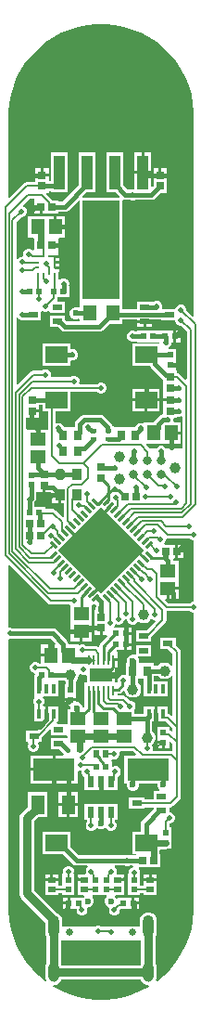
<source format=gbr>
%TF.GenerationSoftware,Altium Limited,Altium Designer,24.2.2 (26)*%
G04 Layer_Physical_Order=1*
G04 Layer_Color=255*
%FSLAX45Y45*%
%MOMM*%
%TF.SameCoordinates,505FE19A-96A0-4540-A324-069B6CBC3D10*%
%TF.FilePolarity,Positive*%
%TF.FileFunction,Copper,L1,Top,Signal*%
%TF.Part,Single*%
G01*
G75*
%TA.AperFunction,SMDPad,CuDef*%
%ADD10R,0.72000X0.72000*%
%ADD11P,7.91960X4X360.0*%
G04:AMPARAMS|DCode=12|XSize=0.25mm|YSize=0.85mm|CornerRadius=0mm|HoleSize=0mm|Usage=FLASHONLY|Rotation=315.000|XOffset=0mm|YOffset=0mm|HoleType=Round|Shape=Round|*
%AMOVALD12*
21,1,0.60000,0.25000,0.00000,0.00000,45.0*
1,1,0.25000,-0.21213,-0.21213*
1,1,0.25000,0.21213,0.21213*
%
%ADD12OVALD12*%

G04:AMPARAMS|DCode=13|XSize=0.25mm|YSize=0.85mm|CornerRadius=0mm|HoleSize=0mm|Usage=FLASHONLY|Rotation=45.000|XOffset=0mm|YOffset=0mm|HoleType=Round|Shape=Round|*
%AMOVALD13*
21,1,0.60000,0.25000,0.00000,0.00000,135.0*
1,1,0.25000,0.21213,-0.21213*
1,1,0.25000,-0.21213,0.21213*
%
%ADD13OVALD13*%

%TA.AperFunction,BGAPad,CuDef*%
%ADD14C,0.80000*%
%TA.AperFunction,SMDPad,CuDef*%
%ADD15R,0.90000X1.00000*%
G04:AMPARAMS|DCode=16|XSize=0.9mm|YSize=1mm|CornerRadius=0mm|HoleSize=0mm|Usage=FLASHONLY|Rotation=0.000|XOffset=0mm|YOffset=0mm|HoleType=Round|Shape=Octagon|*
%AMOCTAGOND16*
4,1,8,-0.22500,0.50000,0.22500,0.50000,0.45000,0.27500,0.45000,-0.27500,0.22500,-0.50000,-0.22500,-0.50000,-0.45000,-0.27500,-0.45000,0.27500,-0.22500,0.50000,0.0*
%
%ADD16OCTAGOND16*%

%ADD17R,3.40360X8.99160*%
%ADD18R,1.29540X1.39700*%
%ADD19R,2.00000X1.50000*%
%ADD20R,0.72000X0.72000*%
%ADD21R,1.02000X3.17000*%
%ADD22R,1.30000X1.45000*%
%ADD23R,1.30000X1.80000*%
%ADD24R,1.45000X1.30000*%
%ADD25R,0.40000X0.85000*%
%ADD26R,0.55000X0.55000*%
%ADD27R,0.55000X0.55000*%
%ADD28R,0.60000X1.00000*%
%ADD29R,0.25000X0.95000*%
%ADD30R,2.00000X1.19000*%
%ADD31R,0.80000X0.95000*%
%ADD32C,1.00000*%
%ADD33R,3.80000X2.03000*%
%ADD34R,0.90000X0.50000*%
%ADD35R,0.25000X0.27500*%
%ADD36R,0.27500X0.25000*%
%ADD37R,0.50000X0.70000*%
%ADD38R,0.70000X0.50000*%
%ADD39R,0.50000X0.40000*%
%TA.AperFunction,Conductor*%
%ADD40C,0.40000*%
%ADD41C,0.20000*%
%ADD42C,0.25000*%
%ADD43C,0.60000*%
%ADD44C,0.80000*%
%TA.AperFunction,ComponentPad*%
G04:AMPARAMS|DCode=45|XSize=1mm|YSize=1.8mm|CornerRadius=0.5mm|HoleSize=0mm|Usage=FLASHONLY|Rotation=180.000|XOffset=0mm|YOffset=0mm|HoleType=Round|Shape=RoundedRectangle|*
%AMROUNDEDRECTD45*
21,1,1.00000,0.80000,0,0,180.0*
21,1,0.00000,1.80000,0,0,180.0*
1,1,1.00000,0.00000,0.40000*
1,1,1.00000,0.00000,0.40000*
1,1,1.00000,0.00000,-0.40000*
1,1,1.00000,0.00000,-0.40000*
%
%ADD45ROUNDEDRECTD45*%
G04:AMPARAMS|DCode=46|XSize=1mm|YSize=2.1mm|CornerRadius=0.5mm|HoleSize=0mm|Usage=FLASHONLY|Rotation=180.000|XOffset=0mm|YOffset=0mm|HoleType=Round|Shape=RoundedRectangle|*
%AMROUNDEDRECTD46*
21,1,1.00000,1.10000,0,0,180.0*
21,1,0.00000,2.10000,0,0,180.0*
1,1,1.00000,0.00000,0.55000*
1,1,1.00000,0.00000,0.55000*
1,1,1.00000,0.00000,-0.55000*
1,1,1.00000,0.00000,-0.55000*
%
%ADD46ROUNDEDRECTD46*%
%ADD47C,0.65000*%
%ADD48C,1.00000*%
%TA.AperFunction,ViaPad*%
%ADD49C,0.50000*%
%ADD50C,0.60000*%
G36*
X4024730Y10890845D02*
X4106542Y10874571D01*
X4186371Y10850355D01*
X4263440Y10818433D01*
X4337011Y10779108D01*
X4406372Y10732763D01*
X4470855Y10679842D01*
X4529843Y10620855D01*
X4582763Y10556372D01*
X4629108Y10487011D01*
X4668432Y10413442D01*
X4700355Y10336372D01*
X4724571Y10256542D01*
X4740845Y10174729D01*
X4749022Y10091709D01*
Y10050000D01*
Y8238615D01*
X4737288Y8233755D01*
X4680400Y8290644D01*
Y8300025D01*
X4672727Y8318549D01*
X4658549Y8332727D01*
X4640025Y8340400D01*
X4619975D01*
X4601451Y8332727D01*
X4587273Y8318549D01*
X4579755Y8300400D01*
X4467065D01*
X4460400Y8310375D01*
Y8330425D01*
X4452727Y8348949D01*
X4438549Y8363127D01*
X4420025Y8370800D01*
X4399975D01*
X4381451Y8363127D01*
X4380600Y8362276D01*
X4367900Y8363671D01*
Y8365400D01*
X4227100D01*
Y8296289D01*
X4095170D01*
Y8352490D01*
X4095580Y8364997D01*
X4095581Y8365020D01*
X4095580D01*
Y9291044D01*
X4108280Y9298410D01*
X4122287Y9295624D01*
X4122288Y9295624D01*
X4165433D01*
X4179975Y9289600D01*
X4200025D01*
X4209949Y9293711D01*
X4359999D01*
X4360000Y9293710D01*
X4377714Y9297234D01*
X4392732Y9307268D01*
X4444063Y9358600D01*
X4501400D01*
Y9458600D01*
Y9507300D01*
X4378600D01*
Y9458600D01*
Y9424063D01*
X4369133Y9414597D01*
X4357400Y9419457D01*
Y9532000D01*
X4281001D01*
X4204600D01*
Y9393457D01*
X4200025Y9390400D01*
X4179975D01*
X4174670Y9388203D01*
X4141461D01*
X4103400Y9426264D01*
Y9728600D01*
X3950600D01*
Y9360800D01*
X4037937D01*
X4072023Y9326713D01*
X4067163Y9314980D01*
X3732837D01*
X3727977Y9326713D01*
X3762063Y9360800D01*
X3849400D01*
Y9728600D01*
X3696600D01*
Y9426263D01*
X3546626Y9276290D01*
X3511400D01*
Y9291400D01*
X3452561D01*
X3449522Y9295949D01*
X3398604Y9346867D01*
X3403464Y9358600D01*
X3421400D01*
Y9373710D01*
X3442600D01*
Y9360800D01*
X3595400D01*
Y9728600D01*
X3442600D01*
Y9466289D01*
X3421400D01*
Y9507300D01*
X3298600D01*
Y9456093D01*
X3220000D01*
X3206188Y9453346D01*
X3194478Y9445522D01*
X3062712Y9313756D01*
X3050978Y9318616D01*
Y10050000D01*
Y10091709D01*
X3059155Y10174730D01*
X3075429Y10256542D01*
X3099644Y10336371D01*
X3131567Y10413440D01*
X3170892Y10487011D01*
X3217237Y10556372D01*
X3270157Y10620855D01*
X3329144Y10679842D01*
X3393628Y10732763D01*
X3462989Y10779108D01*
X3536558Y10818432D01*
X3613628Y10850355D01*
X3693458Y10874571D01*
X3775270Y10890845D01*
X3858291Y10899022D01*
X3941708D01*
X4024730Y10890845D01*
D02*
G37*
G36*
X3288600Y9291400D02*
X3288600D01*
Y9242700D01*
X3350000D01*
Y9230000D01*
X3362700D01*
Y9168600D01*
X3511400D01*
Y9183711D01*
X3565799D01*
X3565800Y9183710D01*
X3583514Y9187234D01*
X3598532Y9197268D01*
X3692687Y9291423D01*
X3704420Y9286563D01*
Y8365020D01*
X3704420D01*
X3704421Y8364997D01*
X3704830Y8352490D01*
Y8319284D01*
X3692130Y8310798D01*
X3681020Y8315400D01*
X3658980D01*
X3638619Y8306966D01*
X3623034Y8291381D01*
X3614600Y8271020D01*
Y8248980D01*
X3623034Y8228619D01*
X3638619Y8213034D01*
X3658980Y8204600D01*
X3681020D01*
X3692130Y8209202D01*
X3704830Y8200716D01*
Y8186289D01*
X3589174D01*
X3572900Y8202564D01*
Y8235400D01*
X3432100D01*
Y8134600D01*
X3503027D01*
X3507500Y8133710D01*
X3507501Y8133710D01*
X3510826D01*
X3537268Y8107269D01*
X3537269Y8107268D01*
X3552286Y8097234D01*
X3570000Y8093711D01*
X3884999D01*
X3885000Y8093710D01*
X3902714Y8097234D01*
X3917732Y8107268D01*
X3975213Y8164750D01*
X4095170D01*
Y8203711D01*
X4227100D01*
Y8197700D01*
X4297500D01*
X4367900D01*
Y8203711D01*
X4452100D01*
Y8199600D01*
X4579600D01*
Y8189975D01*
X4587273Y8171451D01*
X4601451Y8157273D01*
X4619975Y8149600D01*
X4629356D01*
X4683907Y8095050D01*
Y7659149D01*
X4672173Y7654289D01*
X4620940Y7705522D01*
X4609231Y7713346D01*
X4595418Y7716093D01*
X4591400D01*
Y7741400D01*
X4582900D01*
Y7777300D01*
X4530000D01*
Y7802700D01*
X4582900D01*
Y7827100D01*
Y7932900D01*
X4517036D01*
X4514510Y7945600D01*
X4518549Y7947273D01*
X4532727Y7961451D01*
X4540400Y7979975D01*
Y7997100D01*
X4562301D01*
Y8050000D01*
Y8102900D01*
X4432101D01*
Y8102900D01*
X4427899D01*
Y8102900D01*
X4232100D01*
Y8096289D01*
X4209949D01*
X4200025Y8100400D01*
X4179975D01*
X4161451Y8092727D01*
X4147273Y8078549D01*
X4139600Y8060025D01*
Y8039975D01*
X4147273Y8021451D01*
X4161451Y8007273D01*
X4179975Y7999600D01*
X4200025D01*
X4209949Y8003710D01*
X4232100D01*
Y7997100D01*
X4427899D01*
X4427900Y7997100D01*
X4428714Y7996932D01*
X4430685Y7993100D01*
X4429166Y7988003D01*
X4422936Y7980400D01*
X4184600D01*
Y7779600D01*
X4349029D01*
X4357268Y7767268D01*
X4461268Y7663269D01*
X4461268Y7663268D01*
X4468600Y7658369D01*
Y7518600D01*
Y7482700D01*
X4530000D01*
Y7457300D01*
X4468600D01*
Y7408600D01*
Y7337276D01*
X4466918D01*
X4449204Y7333753D01*
X4434187Y7323718D01*
X4434186Y7323718D01*
X4392269Y7281800D01*
X4382981Y7267900D01*
X4289600D01*
Y7265579D01*
X4279040Y7258523D01*
X4274625Y7260352D01*
X4254575D01*
X4236051Y7252679D01*
X4221873Y7238502D01*
X4215745Y7223708D01*
X4214937Y7222900D01*
X4019601D01*
X4015400Y7230400D01*
X4004221D01*
X4002766Y7237714D01*
X3992732Y7252732D01*
X3992731Y7252732D01*
X3922732Y7322732D01*
X3907715Y7332766D01*
X3890000Y7336290D01*
X3889999Y7336289D01*
X3750001D01*
X3750000Y7336290D01*
X3732286Y7332766D01*
X3717268Y7322732D01*
X3717268Y7322731D01*
X3672268Y7277732D01*
X3662234Y7262714D01*
X3658710Y7245000D01*
X3658711Y7244999D01*
Y7222900D01*
X3559609D01*
X3553127Y7238549D01*
X3538949Y7252727D01*
X3520425Y7260400D01*
X3500375D01*
X3496653Y7258858D01*
X3486093Y7265914D01*
Y7369600D01*
X3615400D01*
Y7543907D01*
X3864817D01*
X3871451Y7537273D01*
X3889975Y7529600D01*
X3910025D01*
X3928549Y7537273D01*
X3942727Y7551451D01*
X3950400Y7569975D01*
Y7590025D01*
X3942727Y7608549D01*
X3928549Y7622727D01*
X3910025Y7630400D01*
X3889975D01*
X3871451Y7622727D01*
X3864817Y7616093D01*
X3705914D01*
X3698858Y7626653D01*
X3700400Y7630375D01*
Y7650425D01*
X3692727Y7668949D01*
X3678549Y7683127D01*
X3660025Y7690800D01*
X3639975D01*
X3621451Y7683127D01*
X3614817Y7676493D01*
X3445914D01*
X3438859Y7687053D01*
X3440400Y7690775D01*
Y7710825D01*
X3432727Y7729349D01*
X3418549Y7743527D01*
X3400025Y7751200D01*
X3379975D01*
X3361451Y7743527D01*
X3354817Y7736893D01*
X3280800D01*
X3266988Y7734146D01*
X3255278Y7726322D01*
X3137827Y7608870D01*
X3126093Y7613731D01*
Y8216037D01*
X3131629Y8218718D01*
X3138793Y8219930D01*
X3151451Y8207273D01*
X3169975Y8199600D01*
X3190025D01*
X3194400Y8201412D01*
X3207100Y8199600D01*
Y8199600D01*
X3347900D01*
Y8274231D01*
X3359633Y8279091D01*
X3361451Y8277273D01*
X3379975Y8269600D01*
X3400025D01*
X3418549Y8277273D01*
X3420367Y8279091D01*
X3432100Y8274230D01*
Y8264600D01*
X3572900D01*
Y8365400D01*
X3503901D01*
X3497112Y8378100D01*
X3500846Y8383688D01*
X3503593Y8397500D01*
Y8407100D01*
X3607900D01*
Y8512900D01*
X3607900D01*
X3606730Y8514651D01*
X3607900Y8517475D01*
Y8537525D01*
X3600227Y8556049D01*
X3586049Y8570227D01*
X3567525Y8577900D01*
X3547475D01*
X3528951Y8570227D01*
X3523793Y8565069D01*
X3511093Y8570330D01*
Y8584600D01*
X3512900D01*
Y8637090D01*
X3515400D01*
Y8662290D01*
X3512905D01*
Y8662905D01*
X3476250D01*
Y8687690D01*
X3515400D01*
Y8712289D01*
X3476249D01*
Y8737689D01*
X3515400D01*
Y8762890D01*
X3512900D01*
Y8763551D01*
X3475000D01*
Y8788951D01*
X3512900D01*
Y8815400D01*
X3512900D01*
X3511400Y8818600D01*
Y8867301D01*
X3449999D01*
Y8892701D01*
X3511400D01*
Y8941400D01*
X3516228Y8952100D01*
X3570400D01*
Y9037300D01*
X3480000D01*
Y9050000D01*
X3467300D01*
Y9147900D01*
X3229600D01*
Y8952100D01*
X3283772D01*
X3288600Y8941400D01*
Y8840637D01*
X3275900Y8835376D01*
X3268549Y8842727D01*
X3250025Y8850400D01*
X3229975D01*
X3211451Y8842727D01*
X3197273Y8828549D01*
X3189600Y8810025D01*
Y8789975D01*
X3190250Y8788407D01*
X3181725Y8775800D01*
X3169975D01*
X3151451Y8768127D01*
X3138793Y8755469D01*
X3131629Y8756682D01*
X3126093Y8759363D01*
Y9095050D01*
X3170644Y9139600D01*
X3180025D01*
X3198549Y9147273D01*
X3212727Y9161451D01*
X3220400Y9179975D01*
Y9200025D01*
X3212727Y9218549D01*
X3198549Y9232727D01*
X3191588Y9235610D01*
X3189110Y9248066D01*
X3244951Y9303907D01*
X3288133D01*
X3288600Y9291400D01*
D02*
G37*
G36*
X3364600Y7369600D02*
X3413907D01*
Y7200400D01*
X3332700D01*
Y7110000D01*
X3307300D01*
Y7200400D01*
X3222100D01*
X3216093Y7210612D01*
Y7308600D01*
X3257300D01*
Y7370000D01*
X3270000D01*
Y7382700D01*
X3331400D01*
Y7423711D01*
X3364600D01*
Y7369600D01*
D02*
G37*
G36*
X4643907Y7316437D02*
Y7030000D01*
X4491276D01*
X4478549Y7042727D01*
X4460025Y7050400D01*
X4439975D01*
X4421451Y7042727D01*
X4408724Y7030000D01*
X4341044D01*
X4310677Y7060367D01*
X4315538Y7072100D01*
X4527300D01*
Y7170000D01*
X4540000D01*
Y7182700D01*
X4630400D01*
Y7267900D01*
X4567309D01*
X4560253Y7278460D01*
X4562082Y7282875D01*
Y7302925D01*
X4565874Y7308600D01*
X4591400D01*
Y7314138D01*
X4599575Y7319600D01*
X4619625D01*
X4631206Y7324397D01*
X4643907Y7316437D01*
D02*
G37*
G36*
X3392700Y6628600D02*
X3441400D01*
X3452100Y6623772D01*
Y6620200D01*
X3522500D01*
Y6607500D01*
X3535200D01*
Y6532100D01*
X3561407D01*
Y6406231D01*
X3549673Y6401370D01*
X3488022Y6463022D01*
X3476312Y6470846D01*
X3462500Y6473594D01*
X3387900D01*
Y6492900D01*
X3291290D01*
Y6530013D01*
X3292727Y6531451D01*
X3300400Y6549975D01*
Y6551451D01*
X3302766Y6554992D01*
X3306290Y6572706D01*
X3306290Y6572707D01*
Y6627660D01*
X3318600Y6628600D01*
Y6628600D01*
X3367300D01*
Y6690001D01*
X3392700D01*
Y6628600D01*
D02*
G37*
G36*
X4510000Y6203907D02*
X4714419D01*
X4721052Y6197273D01*
X4739576Y6189600D01*
X4749022D01*
Y5629557D01*
X4739576D01*
X4721052Y5621884D01*
X4714419Y5615250D01*
X4515867D01*
X4483251Y5647867D01*
X4488111Y5659600D01*
X4497300D01*
Y5750000D01*
X4510000D01*
Y5762700D01*
X4607900D01*
Y5819600D01*
Y6000400D01*
X4560400D01*
Y6010025D01*
X4557966Y6015900D01*
X4566452Y6028600D01*
X4577300D01*
Y6090000D01*
Y6151400D01*
X4480637D01*
X4475376Y6164100D01*
X4482727Y6171451D01*
X4490400Y6189975D01*
Y6195842D01*
X4490886Y6196749D01*
X4503100Y6205279D01*
X4510000Y6203907D01*
D02*
G37*
G36*
X4721052Y5536430D02*
X4739576Y5528757D01*
X4749022D01*
Y2850000D01*
Y2808291D01*
X4740845Y2725270D01*
X4724571Y2643458D01*
X4700356Y2563628D01*
X4668433Y2486560D01*
X4629108Y2412989D01*
X4582763Y2343627D01*
X4529843Y2279144D01*
X4470855Y2220157D01*
X4411645Y2171565D01*
X4401130Y2179364D01*
X4405459Y2189817D01*
X4408051Y2209500D01*
Y2289500D01*
X4405459Y2309183D01*
X4397964Y2327278D01*
Y2574722D01*
X4405459Y2592816D01*
X4408051Y2612499D01*
Y2722500D01*
X4405459Y2742183D01*
X4397862Y2760525D01*
X4385776Y2776276D01*
X4370025Y2788361D01*
X4351683Y2795959D01*
X4332000Y2798550D01*
X4312316Y2795959D01*
X4293975Y2788361D01*
X4278224Y2776276D01*
X4266138Y2760525D01*
X4258541Y2742183D01*
X4255949Y2722500D01*
Y2667500D01*
X4010875D01*
X4006226Y2669425D01*
X3986176D01*
X3981527Y2667500D01*
X3905257D01*
X3903951Y2668806D01*
X3885426Y2676479D01*
X3865376D01*
X3846852Y2668806D01*
X3845545Y2667500D01*
X3544051D01*
Y2722500D01*
X3541460Y2742183D01*
X3533862Y2760525D01*
X3521776Y2776276D01*
X3506025Y2788361D01*
X3487930Y2795857D01*
X3285964Y2997823D01*
Y3627677D01*
X3322888Y3664600D01*
X3410400D01*
Y3895400D01*
X3229600D01*
Y3757888D01*
X3173356Y3701644D01*
X3162873Y3687982D01*
X3156283Y3672073D01*
X3154036Y3655000D01*
Y2970500D01*
X3156283Y2953427D01*
X3162873Y2937518D01*
X3173356Y2923856D01*
X3391950Y2705263D01*
Y2612499D01*
X3394541Y2592816D01*
X3402036Y2574722D01*
Y2327278D01*
X3394541Y2309183D01*
X3391950Y2289500D01*
Y2209500D01*
X3394541Y2189817D01*
X3398871Y2179363D01*
X3388355Y2171564D01*
X3329144Y2220157D01*
X3270157Y2279144D01*
X3217237Y2343628D01*
X3170892Y2412989D01*
X3131568Y2486558D01*
X3099645Y2563628D01*
X3075429Y2643458D01*
X3059155Y2725270D01*
X3050978Y2808291D01*
Y2850000D01*
Y5283856D01*
X3059575Y5289600D01*
X3079625D01*
X3089549Y5293711D01*
X3440053D01*
X3484130Y5249633D01*
X3479270Y5237900D01*
X3452700D01*
Y5140000D01*
X3440000D01*
Y5127300D01*
X3349600D01*
Y5066093D01*
X3335183D01*
X3328549Y5072727D01*
X3310025Y5080400D01*
X3289975D01*
X3271451Y5072727D01*
X3257273Y5058549D01*
X3249600Y5040025D01*
Y5019975D01*
X3257273Y5001451D01*
X3271451Y4987273D01*
X3289975Y4979600D01*
X3291637D01*
X3298372Y4966900D01*
X3292234Y4957714D01*
X3288710Y4940000D01*
X3288710Y4939999D01*
Y4832500D01*
X3289600Y4828028D01*
Y4764601D01*
X3289599Y4764600D01*
X3289600D01*
X3290624Y4751900D01*
X3287273Y4748549D01*
X3279600Y4730025D01*
Y4709975D01*
X3287273Y4691451D01*
X3290624Y4688100D01*
X3289600Y4675400D01*
X3289600D01*
Y4539600D01*
X3387796D01*
X3392656Y4527867D01*
X3315883Y4451093D01*
X3302500D01*
X3299014Y4450400D01*
X3217100D01*
Y4349600D01*
X3230363D01*
X3233887Y4343965D01*
X3236590Y4336900D01*
X3229600Y4320025D01*
Y4299975D01*
X3237273Y4281451D01*
X3251451Y4267273D01*
X3269975Y4259600D01*
X3290025D01*
X3308549Y4267273D01*
X3322727Y4281451D01*
X3330400Y4299975D01*
Y4320025D01*
X3323410Y4336900D01*
X3326113Y4343965D01*
X3329637Y4349600D01*
X3357900D01*
Y4391023D01*
X3430367Y4463490D01*
X3442100Y4458629D01*
Y4414600D01*
X3582900D01*
X3591952Y4406287D01*
Y4394207D01*
X3582695Y4385400D01*
X3442100D01*
Y4284600D01*
X3517437D01*
X3548750Y4253287D01*
X3552860Y4243364D01*
X3556624Y4239600D01*
X3551363Y4226900D01*
X3482700D01*
Y4100000D01*
Y3973100D01*
X3685400D01*
Y4081565D01*
X3695960Y4088621D01*
X3700375Y4086792D01*
X3719600D01*
Y4069975D01*
X3727273Y4051451D01*
X3741451Y4037273D01*
X3748907Y4034185D01*
Y4007500D01*
X3749600Y4004014D01*
Y3912100D01*
X3887300D01*
Y3987500D01*
X3912700D01*
Y3912100D01*
X4050400D01*
Y4004014D01*
X4051093Y4007500D01*
Y4034185D01*
X4058549Y4037273D01*
X4072727Y4051451D01*
X4080400Y4069975D01*
Y4090025D01*
X4072727Y4108549D01*
X4058549Y4122727D01*
X4040025Y4130400D01*
X4019975D01*
X4010600Y4126517D01*
X3997900Y4135002D01*
Y4167935D01*
X3997900Y4172899D01*
X3997900D01*
X3995400Y4179600D01*
X3997663Y4187567D01*
X4009975Y4194200D01*
X4030025D01*
X4048549Y4201873D01*
X4062727Y4216051D01*
X4070400Y4234575D01*
Y4254625D01*
X4068859Y4258347D01*
X4075914Y4268907D01*
X4190050D01*
X4220323Y4238633D01*
X4215463Y4226900D01*
X4114600D01*
Y3973100D01*
X4133210D01*
X4134600Y3971019D01*
Y3948980D01*
X4143034Y3928619D01*
X4158619Y3913034D01*
X4178980Y3904600D01*
X4201020D01*
X4221381Y3913034D01*
X4236966Y3928619D01*
X4245400Y3948980D01*
Y3971019D01*
X4246790Y3973100D01*
X4413210D01*
X4414600Y3971019D01*
Y3948980D01*
X4423034Y3928619D01*
X4433553Y3918100D01*
X4428292Y3905400D01*
X4382100D01*
Y3826093D01*
X4297900D01*
Y3840400D01*
X4157100D01*
Y3739600D01*
X4297900D01*
Y3753907D01*
X4382100D01*
Y3740063D01*
X4277268Y3635232D01*
X4267234Y3620215D01*
X4263710Y3602500D01*
X4263711Y3602499D01*
Y3530400D01*
X4184600D01*
Y3329600D01*
X4218600D01*
Y3316290D01*
X4159949D01*
X4150025Y3320400D01*
X4129975D01*
X4120051Y3316290D01*
X3694174D01*
X3615400Y3395063D01*
Y3530400D01*
X3364600D01*
Y3329600D01*
X3549937D01*
X3642268Y3237269D01*
X3642268Y3237268D01*
X3657286Y3227234D01*
X3675000Y3223710D01*
X3675001Y3223711D01*
X3775841D01*
X3778184Y3219123D01*
X3779734Y3211011D01*
X3767273Y3198549D01*
X3759600Y3180025D01*
Y3159975D01*
X3761263Y3155960D01*
X3754207Y3145400D01*
X3689600D01*
Y3107700D01*
X3750000D01*
Y3082300D01*
X3689600D01*
Y3044600D01*
Y2954600D01*
X3738292D01*
X3743553Y2941900D01*
X3734553Y2932900D01*
X3617700D01*
Y2880000D01*
Y2827100D01*
X3674600D01*
Y2808740D01*
X3682273Y2790215D01*
X3696451Y2776038D01*
X3714975Y2768365D01*
X3735025D01*
X3753549Y2776038D01*
X3767727Y2790215D01*
X3775400Y2808740D01*
Y2828790D01*
X3774112Y2831900D01*
X3782597Y2844600D01*
X3791020D01*
X3811382Y2853034D01*
X3826966Y2868619D01*
X3835400Y2888980D01*
Y2911020D01*
X3826966Y2931381D01*
X3818947Y2939400D01*
X3824208Y2952100D01*
X3945792D01*
X3951053Y2939400D01*
X3943034Y2931381D01*
X3934600Y2911020D01*
Y2888980D01*
X3943034Y2868619D01*
X3958618Y2853034D01*
X3968441Y2848966D01*
X3973301Y2837232D01*
X3971085Y2831881D01*
Y2811831D01*
X3978758Y2793306D01*
X3992935Y2779129D01*
X4011459Y2771456D01*
X4031510D01*
X4050034Y2779129D01*
X4064211Y2793306D01*
X4071884Y2811831D01*
Y2821212D01*
X4077773Y2827100D01*
X4182300D01*
Y2880000D01*
Y2932900D01*
X4052100D01*
Y2928031D01*
X4039400Y2925505D01*
X4036966Y2931381D01*
X4026447Y2941900D01*
X4031708Y2954600D01*
X4110400D01*
Y3044600D01*
Y3082300D01*
X4050000D01*
Y3107700D01*
X4110400D01*
Y3145400D01*
X4045793D01*
X4038737Y3155960D01*
X4040400Y3159975D01*
Y3180025D01*
X4032727Y3198549D01*
X4020266Y3211011D01*
X4021816Y3219123D01*
X4024159Y3223711D01*
X4120051D01*
X4129975Y3219600D01*
X4150025D01*
X4159949Y3223711D01*
X4190848D01*
X4193374Y3211011D01*
X4178262Y3204751D01*
X4164085Y3190574D01*
X4156412Y3172049D01*
Y3151999D01*
X4153672Y3147900D01*
X4147100D01*
Y3042100D01*
Y2952100D01*
X4252900D01*
Y2968907D01*
X4289600D01*
Y2954600D01*
X4410400D01*
Y3044600D01*
Y3082300D01*
X4350000D01*
X4289600D01*
Y3041093D01*
X4252900D01*
Y3141590D01*
X4257211Y3151999D01*
Y3172049D01*
X4249538Y3190574D01*
X4244212Y3195900D01*
X4249472Y3208600D01*
X4441400D01*
Y3331400D01*
X4436485D01*
Y3365000D01*
X4447467Y3373515D01*
X4490000D01*
X4508025Y3377100D01*
X4542900D01*
Y3411975D01*
X4546485Y3430000D01*
X4542900Y3448025D01*
Y3572900D01*
X4526093D01*
Y3605672D01*
X4532234D01*
X4550758Y3613346D01*
X4564936Y3627523D01*
X4572609Y3646047D01*
Y3666098D01*
X4564936Y3684622D01*
X4550758Y3698799D01*
X4532234Y3706472D01*
X4522900D01*
Y3753907D01*
X4530000D01*
X4543812Y3756654D01*
X4555522Y3764478D01*
X4615522Y3824478D01*
X4623346Y3836188D01*
X4626094Y3850000D01*
X4626093Y3850001D01*
Y4180000D01*
Y4350000D01*
Y4490000D01*
Y5172500D01*
X4623346Y5186312D01*
X4615522Y5198022D01*
X4582900Y5230644D01*
Y5300400D01*
X4442100D01*
Y5199600D01*
X4511856D01*
X4553907Y5157550D01*
Y5048190D01*
X4541207Y5044787D01*
X4540335Y5046296D01*
X4526297Y5060335D01*
X4509103Y5070262D01*
X4489927Y5075400D01*
X4470073D01*
X4450897Y5070262D01*
X4433703Y5060335D01*
X4419665Y5046296D01*
X4419661Y5046289D01*
X4385400D01*
Y5072900D01*
X4246485D01*
Y5090000D01*
X4245400Y5095456D01*
Y5101020D01*
X4243271Y5106160D01*
X4242186Y5111616D01*
X4239095Y5116241D01*
X4236966Y5121381D01*
X4236447Y5121900D01*
X4240750Y5133216D01*
X4242103Y5134600D01*
X4357900D01*
Y5235400D01*
X4217100D01*
Y5153058D01*
X4216723Y5152310D01*
X4209175Y5145851D01*
X4204400Y5144000D01*
X4201020Y5145400D01*
X4195456D01*
X4190000Y5146485D01*
X4184544Y5145400D01*
X4178980D01*
X4173840Y5143271D01*
X4168384Y5142186D01*
X4163758Y5139095D01*
X4158619Y5136966D01*
X4154685Y5133032D01*
X4150059Y5129941D01*
X4146968Y5125315D01*
X4143034Y5121381D01*
X4140905Y5116241D01*
X4137814Y5111616D01*
X4136729Y5106160D01*
X4134600Y5101020D01*
Y5095456D01*
X4133515Y5090000D01*
Y5072900D01*
X4124600D01*
Y4965053D01*
X4114040Y4957997D01*
X4111790Y4958929D01*
X4091740D01*
X4073215Y4951256D01*
X4059038Y4937079D01*
X4051365Y4918554D01*
Y4905700D01*
X4050780Y4898248D01*
X4039733Y4893400D01*
X4025400D01*
Y4947300D01*
X3900000D01*
Y4972700D01*
X4025400D01*
Y5026600D01*
X4050400D01*
Y5086800D01*
X4012500D01*
Y5112200D01*
X4050400D01*
Y5172400D01*
X4050400D01*
X4044963Y5185100D01*
X4046300Y5187100D01*
X4112300D01*
Y5240000D01*
X4125000D01*
Y5252700D01*
X4177900D01*
Y5287100D01*
Y5327300D01*
X4125000D01*
Y5340000D01*
X4112300D01*
Y5392900D01*
X4026553D01*
X4021293Y5405600D01*
X4027144Y5411451D01*
X4033368Y5426479D01*
X4049975Y5419600D01*
X4070025D01*
X4088549Y5427273D01*
X4102727Y5441451D01*
X4110400Y5459975D01*
Y5463202D01*
X4119975Y5469600D01*
X4139600D01*
Y5459975D01*
X4147273Y5441451D01*
X4161451Y5427273D01*
X4179975Y5419600D01*
X4200025D01*
X4218549Y5427273D01*
X4232727Y5441451D01*
X4233600Y5443558D01*
X4248685Y5446789D01*
X4260897Y5439738D01*
X4280073Y5434600D01*
X4299927D01*
X4319103Y5439738D01*
X4336297Y5449665D01*
X4350335Y5463703D01*
X4351618Y5465926D01*
X4361851Y5467273D01*
X4380375Y5459600D01*
X4390595D01*
X4395856Y5446900D01*
X4315050Y5366093D01*
X4302500D01*
X4299014Y5365400D01*
X4217100D01*
Y5264600D01*
X4357900D01*
Y5306856D01*
X4485522Y5434478D01*
X4493346Y5446188D01*
X4496093Y5460000D01*
Y5539105D01*
X4500917Y5543064D01*
X4714419D01*
X4721052Y5536430D01*
D02*
G37*
G36*
X3414479Y5614478D02*
X3426188Y5606654D01*
X3440000Y5603906D01*
X3614817D01*
X3621451Y5597273D01*
X3622100Y5597004D01*
Y5429600D01*
Y5372700D01*
X3720000D01*
X3817900D01*
Y5429600D01*
Y5596113D01*
X3827717Y5604170D01*
X3831057Y5603506D01*
X3841010Y5605486D01*
X3846792Y5601892D01*
X3853034Y5591381D01*
X3844600Y5571020D01*
Y5551400D01*
X3838600D01*
Y5428600D01*
Y5402700D01*
X3900000D01*
Y5390000D01*
X3912700D01*
Y5328600D01*
X3950029D01*
X3955290Y5315900D01*
X3895176Y5255786D01*
X3886799Y5243250D01*
X3883858Y5228462D01*
Y5218206D01*
X3872125Y5213345D01*
X3869948Y5215522D01*
X3858238Y5223346D01*
X3844426Y5226093D01*
X3765183D01*
X3758549Y5232727D01*
X3740025Y5240400D01*
X3719975D01*
X3703100Y5233410D01*
X3690400Y5237900D01*
Y5237900D01*
X3601289D01*
Y5244227D01*
X3597766Y5261941D01*
X3587731Y5276958D01*
X3587731Y5276959D01*
X3491958Y5372732D01*
X3476941Y5382766D01*
X3459227Y5386290D01*
X3459225Y5386289D01*
X3089549D01*
X3079625Y5390400D01*
X3059575D01*
X3050978Y5396144D01*
Y5961385D01*
X3062712Y5966245D01*
X3414479Y5614478D01*
D02*
G37*
G36*
X4553907Y4951810D02*
Y4593731D01*
X4542173Y4588871D01*
X4530485Y4600559D01*
X4518776Y4608383D01*
X4510400Y4610049D01*
Y4675400D01*
X4412701D01*
Y4607500D01*
Y4539600D01*
X4471699D01*
X4475000Y4538943D01*
X4490013D01*
X4553907Y4475050D01*
Y4453731D01*
X4542173Y4448871D01*
X4541306Y4449738D01*
X4529596Y4457562D01*
X4522900Y4458894D01*
Y4487900D01*
X4417100D01*
Y4382100D01*
Y4357700D01*
X4469999D01*
Y4345000D01*
X4482699D01*
Y4292100D01*
X4522900D01*
Y4349463D01*
X4534633Y4354324D01*
X4553907Y4335050D01*
Y4277478D01*
X4541206Y4267055D01*
X4538500Y4267593D01*
X4375914D01*
X4368858Y4278153D01*
X4370400Y4281875D01*
Y4301925D01*
X4362727Y4320449D01*
X4363746Y4328193D01*
X4366297Y4329665D01*
X4380335Y4343704D01*
X4390262Y4360897D01*
X4395400Y4380074D01*
Y4399927D01*
X4390262Y4419103D01*
X4380335Y4436297D01*
X4366297Y4450335D01*
X4366289Y4450339D01*
Y4539600D01*
X4387301D01*
Y4607500D01*
Y4675400D01*
X4289600D01*
Y4611972D01*
X4288710Y4607500D01*
Y4606289D01*
X4207900D01*
Y4646606D01*
X4208145Y4646851D01*
X4215818Y4665375D01*
Y4685425D01*
X4208145Y4703949D01*
X4193967Y4718127D01*
X4175443Y4725800D01*
X4166062D01*
X4130540Y4761322D01*
X4118830Y4769146D01*
X4105018Y4771893D01*
X4050400D01*
Y4789213D01*
X4057855D01*
X4072643Y4792154D01*
X4085180Y4800531D01*
X4102469Y4817820D01*
X4116308Y4813699D01*
X4119738Y4800897D01*
X4129665Y4783703D01*
X4143703Y4769665D01*
X4160897Y4759738D01*
X4180073Y4754600D01*
X4199927D01*
X4219103Y4759738D01*
X4236297Y4769665D01*
X4250335Y4783703D01*
X4260262Y4800897D01*
X4265400Y4820073D01*
Y4839927D01*
X4260262Y4859103D01*
X4250335Y4876297D01*
X4236297Y4890335D01*
X4236289Y4890339D01*
Y4927100D01*
X4288710D01*
Y4832500D01*
X4289600Y4828028D01*
Y4764600D01*
X4510400D01*
Y4900400D01*
X4381289D01*
Y4927100D01*
X4385400D01*
Y4953710D01*
X4419661D01*
X4419665Y4953703D01*
X4433703Y4939665D01*
X4450897Y4929738D01*
X4470073Y4924600D01*
X4489927D01*
X4509103Y4929738D01*
X4526297Y4939665D01*
X4540335Y4953703D01*
X4541207Y4955213D01*
X4553907Y4951810D01*
D02*
G37*
G36*
X3711451Y4967273D02*
X3729975Y4959600D01*
X3750025D01*
X3761900Y4964519D01*
X3774600Y4956730D01*
Y4893400D01*
X3749600D01*
Y4824232D01*
X3748858Y4820500D01*
Y4670285D01*
X3742700Y4665549D01*
X3731238Y4669747D01*
X3729646Y4671055D01*
X3721566Y4690562D01*
X3705981Y4706147D01*
X3685620Y4714581D01*
X3672900D01*
Y4722300D01*
X3620000D01*
X3567100D01*
Y4682100D01*
X3612699D01*
X3619755Y4671541D01*
X3619200Y4670200D01*
Y4650400D01*
X3592100D01*
Y4523849D01*
X3582900Y4515400D01*
X3499474D01*
X3492685Y4528100D01*
X3495895Y4532904D01*
X3497227Y4539600D01*
X3510400D01*
Y4675400D01*
X3412700D01*
Y4607500D01*
X3387300D01*
Y4675400D01*
X3370483D01*
X3369376Y4688100D01*
X3372727Y4691451D01*
X3380400Y4709975D01*
Y4730025D01*
X3372727Y4748549D01*
X3369376Y4751900D01*
X3374637Y4764600D01*
X3510400D01*
Y4900400D01*
X3510400D01*
X3510595Y4913020D01*
X3510806Y4913711D01*
X3559661D01*
X3559665Y4913703D01*
X3573704Y4899665D01*
X3573711Y4899661D01*
Y4877900D01*
X3567100D01*
Y4772100D01*
Y4747700D01*
X3620000D01*
X3672900D01*
Y4772100D01*
Y4877900D01*
X3666290D01*
Y4899661D01*
X3666297Y4899665D01*
X3680335Y4913703D01*
X3690262Y4930897D01*
X3695400Y4950073D01*
Y4965363D01*
X3707607Y4971116D01*
X3711451Y4967273D01*
D02*
G37*
G36*
X4266036Y2327278D02*
X4261142Y2315464D01*
X3538858D01*
X3533964Y2327278D01*
Y2536449D01*
X4266036D01*
Y2327278D01*
D02*
G37*
G36*
X4266138Y2171475D02*
X4278224Y2155724D01*
X4293975Y2143638D01*
X4312316Y2136041D01*
X4332000Y2133449D01*
X4333178Y2133604D01*
X4337771Y2121400D01*
X4337011Y2120892D01*
X4263442Y2081568D01*
X4186372Y2049644D01*
X4106542Y2025429D01*
X4024729Y2009155D01*
X3941709Y2000978D01*
X3858291Y2000978D01*
X3775270Y2009155D01*
X3693458Y2025429D01*
X3613629Y2049644D01*
X3536560Y2081567D01*
X3462989Y2120892D01*
X3462229Y2121400D01*
X3466822Y2133605D01*
X3468000Y2133449D01*
X3487684Y2136041D01*
X3506025Y2143638D01*
X3521776Y2155724D01*
X3533862Y2171475D01*
X3538858Y2183536D01*
X4261142D01*
X4266138Y2171475D01*
D02*
G37*
%LPC*%
G36*
X4357400Y9728600D02*
X4293701D01*
Y9557400D01*
X4357400D01*
Y9728600D01*
D02*
G37*
G36*
X4268301D02*
X4204600D01*
Y9557400D01*
X4268301D01*
Y9728600D01*
D02*
G37*
G36*
X4501400Y9581400D02*
X4452700D01*
Y9532700D01*
X4501400D01*
Y9581400D01*
D02*
G37*
G36*
X4427300D02*
X4378600D01*
Y9532700D01*
X4427300D01*
Y9581400D01*
D02*
G37*
G36*
X3421400Y9581400D02*
X3372700D01*
Y9532700D01*
X3421400D01*
Y9581400D01*
D02*
G37*
G36*
X3347300D02*
X3298600D01*
Y9532700D01*
X3347300D01*
Y9581400D01*
D02*
G37*
G36*
X3337300Y9217300D02*
X3288600D01*
Y9168600D01*
X3337300D01*
Y9217300D01*
D02*
G37*
G36*
X3570400Y9147900D02*
X3492700D01*
Y9062700D01*
X3570400D01*
Y9147900D01*
D02*
G37*
G36*
X4367900Y8172300D02*
X4310200D01*
Y8134600D01*
X4367900D01*
Y8172300D01*
D02*
G37*
G36*
X4284800D02*
X4227100D01*
Y8134600D01*
X4284800D01*
Y8172300D01*
D02*
G37*
G36*
X4627900Y8102900D02*
X4587701D01*
Y8062700D01*
X4627900D01*
Y8102900D01*
D02*
G37*
G36*
Y8037300D02*
X4587701D01*
Y7997100D01*
X4627900D01*
Y8037300D01*
D02*
G37*
G36*
X3615400Y7980400D02*
X3364600D01*
Y7779600D01*
X3615400D01*
Y7821891D01*
X3628100Y7830377D01*
X3629975Y7829600D01*
X3650025D01*
X3668549Y7837273D01*
X3682727Y7851451D01*
X3690400Y7869975D01*
Y7890025D01*
X3682727Y7908549D01*
X3668549Y7922727D01*
X3650025Y7930400D01*
X3629975D01*
X3628100Y7929623D01*
X3615400Y7938109D01*
Y7980400D01*
D02*
G37*
G36*
X4435400Y7570400D02*
X4322700D01*
Y7482700D01*
X4435400D01*
Y7570400D01*
D02*
G37*
G36*
X4297300D02*
X4184600D01*
Y7482700D01*
X4297300D01*
Y7570400D01*
D02*
G37*
G36*
X4435400Y7457300D02*
X4322700D01*
Y7369600D01*
X4435400D01*
Y7457300D01*
D02*
G37*
G36*
X4297300D02*
X4184600D01*
Y7369600D01*
X4297300D01*
Y7457300D01*
D02*
G37*
G36*
X3331400Y7357300D02*
X3282700D01*
Y7308600D01*
X3331400D01*
Y7357300D01*
D02*
G37*
G36*
X4630400Y7157300D02*
X4552700D01*
Y7072100D01*
X4630400D01*
Y7157300D01*
D02*
G37*
G36*
X3509800Y6594800D02*
X3452100D01*
Y6532100D01*
X3509800D01*
Y6594800D01*
D02*
G37*
G36*
X4651400Y6151400D02*
X4602700D01*
Y6102700D01*
X4651400D01*
Y6151400D01*
D02*
G37*
G36*
Y6077300D02*
X4602700D01*
Y6028600D01*
X4651400D01*
Y6077300D01*
D02*
G37*
G36*
X4607900Y5737300D02*
X4522700D01*
Y5659600D01*
X4607900D01*
Y5737300D01*
D02*
G37*
G36*
X4177900Y5392900D02*
X4137700D01*
Y5352700D01*
X4177900D01*
Y5392900D01*
D02*
G37*
G36*
Y5227300D02*
X4137700D01*
Y5187100D01*
X4177900D01*
Y5227300D01*
D02*
G37*
G36*
X3427300Y5237900D02*
X3349600D01*
Y5152700D01*
X3427300D01*
Y5237900D01*
D02*
G37*
G36*
X3457300Y4226900D02*
X3254600D01*
Y4112700D01*
X3457300D01*
Y4226900D01*
D02*
G37*
G36*
Y4087300D02*
X3254600D01*
Y3973100D01*
X3457300D01*
Y4087300D01*
D02*
G37*
G36*
X3690400Y3895400D02*
X3612700D01*
Y3792700D01*
X3690400D01*
Y3895400D01*
D02*
G37*
G36*
X3587300D02*
X3509600D01*
Y3792700D01*
X3587300D01*
Y3895400D01*
D02*
G37*
G36*
X3690400Y3767300D02*
X3612700D01*
Y3664600D01*
X3690400D01*
Y3767300D01*
D02*
G37*
G36*
X3587300D02*
X3509600D01*
Y3664600D01*
X3587300D01*
Y3767300D01*
D02*
G37*
G36*
X4050400Y3787900D02*
X3749600D01*
Y3637100D01*
X3772017D01*
X3773124Y3624400D01*
X3767273Y3618549D01*
X3759600Y3600025D01*
Y3579975D01*
X3767273Y3561451D01*
X3781451Y3547273D01*
X3799975Y3539600D01*
X3820025D01*
X3838549Y3547273D01*
X3852727Y3561451D01*
X3853471Y3563248D01*
X3865927Y3565725D01*
X3868619Y3563034D01*
X3888980Y3554600D01*
X3911020D01*
X3931382Y3563034D01*
X3934073Y3565725D01*
X3946529Y3563247D01*
X3947273Y3561451D01*
X3961451Y3547273D01*
X3979975Y3539600D01*
X4000025D01*
X4018549Y3547273D01*
X4032727Y3561451D01*
X4040400Y3579975D01*
Y3600025D01*
X4032727Y3618549D01*
X4026876Y3624400D01*
X4027983Y3637100D01*
X4050400D01*
Y3787900D01*
D02*
G37*
G36*
X3510400Y3145400D02*
X3462700D01*
Y3107700D01*
X3510400D01*
Y3145400D01*
D02*
G37*
G36*
X4410400D02*
X4362700D01*
Y3107700D01*
X4410400D01*
Y3145400D01*
D02*
G37*
G36*
X4337300D02*
X4289600D01*
Y3107700D01*
X4337300D01*
Y3145400D01*
D02*
G37*
G36*
X3437300D02*
X3389600D01*
Y3107700D01*
X3437300D01*
Y3145400D01*
D02*
G37*
G36*
X3610025Y3220400D02*
X3589975D01*
X3571451Y3212727D01*
X3557273Y3198549D01*
X3549600Y3180025D01*
Y3159975D01*
X3551731Y3154831D01*
X3547100Y3147900D01*
X3547100D01*
Y3041093D01*
X3510400D01*
Y3082300D01*
X3450000D01*
X3389600D01*
Y3044600D01*
Y2954600D01*
X3510400D01*
Y2968907D01*
X3547100D01*
Y2952100D01*
X3652900D01*
Y3042100D01*
Y3147900D01*
X3652900D01*
X3648269Y3154831D01*
X3650400Y3159975D01*
Y3180025D01*
X3642727Y3198549D01*
X3628549Y3212727D01*
X3610025Y3220400D01*
D02*
G37*
G36*
X4247900Y2932900D02*
X4207700D01*
Y2892700D01*
X4247900D01*
Y2932900D01*
D02*
G37*
G36*
X3592300D02*
X3552100D01*
Y2892700D01*
X3592300D01*
Y2932900D01*
D02*
G37*
G36*
X4247900Y2867300D02*
X4207700D01*
Y2827100D01*
X4247900D01*
Y2867300D01*
D02*
G37*
G36*
X3592300D02*
X3552100D01*
Y2827100D01*
X3592300D01*
Y2867300D01*
D02*
G37*
G36*
X3887300Y5377300D02*
X3838600D01*
Y5328600D01*
X3887300D01*
Y5377300D01*
D02*
G37*
G36*
X3817900Y5347300D02*
X3732700D01*
Y5269600D01*
X3817900D01*
Y5347300D01*
D02*
G37*
G36*
X3707300D02*
X3622100D01*
Y5269600D01*
X3707300D01*
Y5347300D01*
D02*
G37*
G36*
X4457299Y4332300D02*
X4417100D01*
Y4292100D01*
X4457299D01*
Y4332300D01*
D02*
G37*
%LPD*%
D10*
X4590000Y6090000D02*
D03*
X4490000D02*
D03*
X3450000Y8880000D02*
D03*
X3350000D02*
D03*
Y9230000D02*
D03*
X3450000D02*
D03*
X4280000Y3270000D02*
D03*
X4380000D02*
D03*
X3350000Y6230000D02*
D03*
X3250000D02*
D03*
X4120000Y6590000D02*
D03*
X4220000D02*
D03*
X3250000Y6340000D02*
D03*
X3350000D02*
D03*
D11*
X3900000Y6100000D02*
D03*
D12*
X3947730Y6536638D02*
D03*
X3983085Y6501283D02*
D03*
X4018441Y6465928D02*
D03*
X4053796Y6430572D02*
D03*
X4089151Y6395217D02*
D03*
X4124506Y6359862D02*
D03*
X4159862Y6324506D02*
D03*
X4195217Y6289151D02*
D03*
X4230572Y6253796D02*
D03*
X4265928Y6218440D02*
D03*
X4301283Y6183085D02*
D03*
X4336639Y6147730D02*
D03*
X3852270Y5663362D02*
D03*
X3816915Y5698717D02*
D03*
X3781560Y5734072D02*
D03*
X3746204Y5769428D02*
D03*
X3710849Y5804783D02*
D03*
X3675494Y5840138D02*
D03*
X3640139Y5875494D02*
D03*
X3604783Y5910849D02*
D03*
X3569428Y5946204D02*
D03*
X3534072Y5981560D02*
D03*
X3498717Y6016915D02*
D03*
X3463362Y6052270D02*
D03*
D13*
X4336639D02*
D03*
X4301283Y6016915D02*
D03*
X4265928Y5981560D02*
D03*
X4230572Y5946204D02*
D03*
X4195217Y5910849D02*
D03*
X4159862Y5875494D02*
D03*
X4124506Y5840138D02*
D03*
X4089151Y5804783D02*
D03*
X4053796Y5769428D02*
D03*
X4018440Y5734072D02*
D03*
X3983085Y5698717D02*
D03*
X3947730Y5663362D02*
D03*
X3463362Y6147730D02*
D03*
X3498717Y6183085D02*
D03*
X3534072Y6218440D02*
D03*
X3569428Y6253796D02*
D03*
X3604783Y6289151D02*
D03*
X3640139Y6324506D02*
D03*
X3675494Y6359862D02*
D03*
X3710849Y6395217D02*
D03*
X3746204Y6430572D02*
D03*
X3781560Y6465928D02*
D03*
X3816915Y6501283D02*
D03*
X3852270Y6536638D02*
D03*
D14*
X4453000Y6913500D02*
D03*
Y6786500D02*
D03*
X4326000Y6913500D02*
D03*
Y6786500D02*
D03*
X4199000Y6913500D02*
D03*
Y6786500D02*
D03*
D15*
X3677500Y6607500D02*
D03*
Y6792500D02*
D03*
X3522500Y6607500D02*
D03*
D16*
Y6792500D02*
D03*
D17*
X3900000Y8840000D02*
D03*
D18*
X3795000Y8260000D02*
D03*
X4005000D02*
D03*
D19*
X3490000Y7880000D02*
D03*
X4310000D02*
D03*
X3490000Y7470000D02*
D03*
X4310000D02*
D03*
X3490000Y3430000D02*
D03*
X4310000D02*
D03*
D20*
X4440000Y9520000D02*
D03*
Y9420000D02*
D03*
X3380000Y6690000D02*
D03*
Y6790000D02*
D03*
X4530000Y7680000D02*
D03*
Y7580000D02*
D03*
X3360000Y9520000D02*
D03*
Y9420000D02*
D03*
X3270000Y7370000D02*
D03*
Y7470000D02*
D03*
X3900000Y6860000D02*
D03*
Y6760000D02*
D03*
Y5490000D02*
D03*
Y5390000D02*
D03*
X4530000Y7470000D02*
D03*
Y7370000D02*
D03*
D21*
X4281000Y9544700D02*
D03*
X4027000D02*
D03*
X3773000D02*
D03*
X3519000D02*
D03*
D22*
X3320000Y9050000D02*
D03*
X3480000D02*
D03*
X3440000Y5140000D02*
D03*
X3600000D02*
D03*
X4380000Y7170000D02*
D03*
X4540000D02*
D03*
D23*
X3600000Y3780000D02*
D03*
X3320000D02*
D03*
D24*
Y6950000D02*
D03*
Y7110000D02*
D03*
X3690000Y4400000D02*
D03*
Y4560000D02*
D03*
X3900000Y4400000D02*
D03*
Y4560000D02*
D03*
X4110000D02*
D03*
Y4400000D02*
D03*
X3720000Y5520000D02*
D03*
Y5360000D02*
D03*
X4510000Y5910000D02*
D03*
Y5750000D02*
D03*
D25*
X3335000Y4832500D02*
D03*
X3400000D02*
D03*
X3465000D02*
D03*
Y4607500D02*
D03*
X3400000D02*
D03*
X3335000D02*
D03*
X4335000D02*
D03*
X4400000D02*
D03*
X4465000D02*
D03*
Y4832500D02*
D03*
X4400000D02*
D03*
X4335000D02*
D03*
D26*
X4575000Y8050000D02*
D03*
X4485000D02*
D03*
X4375000D02*
D03*
X4285000D02*
D03*
X3945000Y4120000D02*
D03*
X3855000D02*
D03*
X3245000Y6440000D02*
D03*
X3335000D02*
D03*
X3605000Y2880000D02*
D03*
X3695000D02*
D03*
X4195000D02*
D03*
X4105000D02*
D03*
X3335000Y8460000D02*
D03*
X3245000D02*
D03*
X3465000D02*
D03*
X3555000D02*
D03*
X4125000Y5340000D02*
D03*
X4035000D02*
D03*
X4125000Y5240000D02*
D03*
X4035000D02*
D03*
X3445000Y4960000D02*
D03*
X3355000D02*
D03*
D27*
X4200000Y3005000D02*
D03*
Y3095000D02*
D03*
X3600000Y3005000D02*
D03*
Y3095000D02*
D03*
X3950000Y3005000D02*
D03*
Y3095000D02*
D03*
X3850000Y3005000D02*
D03*
Y3095000D02*
D03*
X3260000Y6695000D02*
D03*
Y6785000D02*
D03*
X4490000Y3430000D02*
D03*
Y3520000D02*
D03*
X4530000Y7880000D02*
D03*
Y7790000D02*
D03*
X4470000Y4345000D02*
D03*
Y4435000D02*
D03*
X3620000Y4735000D02*
D03*
Y4825000D02*
D03*
D28*
X3995000Y3712500D02*
D03*
X3900000D02*
D03*
X3805000D02*
D03*
Y3987500D02*
D03*
X3900000D02*
D03*
X3995000D02*
D03*
D29*
X3787500Y4820500D02*
D03*
X3832500D02*
D03*
X3877500D02*
D03*
X3922500D02*
D03*
X3967500D02*
D03*
X4012500D02*
D03*
X3787500Y5099500D02*
D03*
X3832500D02*
D03*
X3877500D02*
D03*
X3922500D02*
D03*
X3967500D02*
D03*
X4012500D02*
D03*
D30*
X3900000Y4960000D02*
D03*
D31*
X3555000Y7150000D02*
D03*
X3685000D02*
D03*
X4215000D02*
D03*
X4085000D02*
D03*
X3555000Y7000000D02*
D03*
X3685000D02*
D03*
X4190000Y5000000D02*
D03*
X4320000D02*
D03*
D32*
X4290000Y5510000D02*
D03*
X4480000Y5000000D02*
D03*
X3620000Y4960000D02*
D03*
X4320000Y4390000D02*
D03*
X4190000Y4830000D02*
D03*
D33*
X4330000Y4100000D02*
D03*
X3470000D02*
D03*
D34*
X4522500Y8250000D02*
D03*
X4297500Y8185000D02*
D03*
Y8315000D02*
D03*
X3277500Y8250000D02*
D03*
X3502500Y8315000D02*
D03*
Y8185000D02*
D03*
X4227500Y3790000D02*
D03*
X4452500Y3855000D02*
D03*
Y3725000D02*
D03*
X3287500Y4400000D02*
D03*
X3512500Y4465000D02*
D03*
Y4335000D02*
D03*
X4512500Y5250000D02*
D03*
X4287500Y5185000D02*
D03*
Y5315000D02*
D03*
D35*
X3325000Y8623750D02*
D03*
X3375000D02*
D03*
X3425000D02*
D03*
X3475000D02*
D03*
Y8776250D02*
D03*
X3425000D02*
D03*
X3375000D02*
D03*
X3325000D02*
D03*
D36*
X3476250Y8674990D02*
D03*
Y8724990D02*
D03*
X3323750D02*
D03*
Y8674990D02*
D03*
D37*
X3855000Y4240000D02*
D03*
X3945000D02*
D03*
D38*
X3450000Y3095000D02*
D03*
Y3005000D02*
D03*
X3750000Y3095000D02*
D03*
Y3005000D02*
D03*
X4050000Y3095000D02*
D03*
Y3005000D02*
D03*
X4350000Y3095000D02*
D03*
Y3005000D02*
D03*
D39*
X3965000Y7115000D02*
D03*
X3835000D02*
D03*
X3965000Y7185000D02*
D03*
X3835000D02*
D03*
D40*
X4490000Y6022706D02*
Y6090000D01*
X4650000Y6150000D02*
X4650000D01*
X4590000Y6090000D02*
X4650000Y6150000D01*
X3490000Y7880000D02*
X3640000D01*
X4310000D02*
X4322500Y7867500D01*
X4347500D01*
X4440000Y9520000D02*
X4520000D01*
X3250000Y6170000D02*
Y6340000D01*
X3069600Y5340000D02*
X3459227D01*
X3440000Y6600000D02*
X3441913Y6601913D01*
X3516913D01*
X3522500Y6607500D01*
Y6612500D01*
X3781593Y7217687D02*
X3814280Y7185000D01*
X3835000D01*
X4451500Y6915000D02*
X4453000Y6913500D01*
X4450000Y7000000D02*
X4451500Y6998500D01*
Y6915000D02*
Y6998500D01*
X4540000Y7040000D02*
Y7170000D01*
X4530000Y7580000D02*
X4610000D01*
X4530000Y7470000D02*
X4610000D01*
X4530000Y7370000D02*
X4609600D01*
X4530000Y7790000D02*
X4590000D01*
X4530000Y7370000D02*
X4530000Y7370000D01*
X3512313Y7200187D02*
Y7208087D01*
X3535000Y7170000D02*
Y7177500D01*
X3510400Y7210000D02*
X3512313Y7208087D01*
Y7200187D02*
X3535000Y7177500D01*
X3685000Y7007500D02*
X3705000Y7027500D01*
X3742500D01*
X3830000Y7115000D01*
X3535000Y7170000D02*
X3555000Y7150000D01*
X4215000Y7157500D02*
X4264600Y7207100D01*
X4199500Y6914000D02*
Y6999500D01*
X4199000Y6913500D02*
X4199500Y6914000D01*
Y6999500D02*
X4200000Y7000000D01*
X4310000Y7470000D02*
X4315014Y7475014D01*
Y7598698D01*
X3263513Y7301913D02*
Y7363513D01*
X3261600Y7300000D02*
X3263513Y7301913D01*
X4390000Y7800000D02*
X4494000Y7696000D01*
X4514000D01*
X4347500Y7867500D02*
X4390000Y7825000D01*
Y7800000D02*
Y7825000D01*
X4514000Y7696000D02*
X4530000Y7680000D01*
X4487500Y8047500D02*
X4488087Y8046913D01*
Y7991913D02*
Y8046913D01*
Y7991913D02*
X4490000Y7990000D01*
X3885000Y8140000D02*
X3955150Y8210150D01*
X3530000Y8180000D02*
X3570000Y8140000D01*
X3885000D01*
X3955150Y8210150D02*
X3960230D01*
X4005000Y8254920D01*
Y8260000D01*
X3502500Y8185000D02*
X3507500Y8180000D01*
X3530000D01*
X4407294Y8320400D02*
X4410000D01*
X4401894Y8315000D02*
X4407294Y8320400D01*
X4297500Y8315000D02*
X4401894D01*
X3180000Y8460000D02*
X3245000D01*
X3557500Y8462500D02*
Y8527500D01*
X3245000Y6552294D02*
X3250000Y6557294D01*
X3245000Y6440000D02*
Y6552294D01*
X3250000Y6557294D02*
Y6560000D01*
X3255000Y6690000D02*
X3260000Y6695000D01*
X3250000Y6560000D02*
Y6562706D01*
X3260000Y6572706D01*
X3263513Y7363513D02*
X3270000Y7370000D01*
X3180000Y8250000D02*
X3277500D01*
X3283936Y9215213D02*
X3285849Y9217126D01*
X3334000D01*
X3346874Y9230000D02*
X3350000D01*
X3334000Y9217126D02*
X3346874Y9230000D01*
X4122287Y9341913D02*
X4188087D01*
X4190000Y9340000D02*
X4360000D01*
X4440000Y9420000D01*
X4027000Y9437200D02*
X4122287Y9341913D01*
X4188087D02*
X4190000Y9340000D01*
X4628087Y8108087D02*
X4630000Y8110000D01*
X4628087Y8103087D02*
Y8108087D01*
X4575000Y8050000D02*
X4628087Y8103087D01*
X4490000Y6022706D02*
X4510000Y6002706D01*
Y5910000D02*
Y6002706D01*
X4466918Y7290987D02*
X4509769D01*
X4511682Y7292900D01*
X3910000Y6850000D02*
X4027294D01*
X3900000Y6860000D02*
X3910000Y6850000D01*
X4125000Y5405000D02*
X4130000Y5410000D01*
X4125000Y5340000D02*
Y5405000D01*
X3900000Y5490000D02*
Y5560000D01*
X3830000Y7115000D02*
X3835000D01*
X3870000Y5660000D02*
X3900000Y5630000D01*
X3260000Y6572706D02*
Y6695000D01*
X3320000Y7110000D02*
Y7199600D01*
X3960000Y7185000D02*
Y7220000D01*
X3750000Y7290000D02*
X3890000D01*
X3960000Y7185000D02*
X3965000D01*
X3890000Y7290000D02*
X3960000Y7220000D01*
X3705000Y7245000D02*
X3750000Y7290000D01*
X3705000Y7170000D02*
Y7245000D01*
X3685000Y7150000D02*
X3705000Y7170000D01*
X4297500Y8185000D02*
X4401894D01*
X4407294Y8179600D02*
X4410000D01*
X4401894Y8185000D02*
X4407294Y8179600D01*
X4380000Y7170000D02*
X4425000Y7215000D01*
Y7249069D01*
X4466918Y7290987D01*
X4057500Y7115000D02*
X4085000Y7142500D01*
X3965000Y7115000D02*
X4057500D01*
X4085000Y7142500D02*
Y7150000D01*
X3685000Y7000000D02*
Y7007500D01*
X3270000Y7470000D02*
X3490000D01*
X4335000Y7880000D02*
X4530000D01*
X4375000Y8050000D02*
X4485000D01*
X4190000D02*
X4285000D01*
X4015000Y8250000D02*
X4522500D01*
X4005000Y8260000D02*
X4015000Y8250000D01*
X3670000Y8260000D02*
X3795000D01*
X3450000Y8880000D02*
X3540000D01*
X3480000Y9050000D02*
X3590000D01*
X3280000Y9520000D02*
X3360000D01*
X3280000Y9520000D02*
X3280000Y9520000D01*
X4305700Y9520000D02*
X4440000D01*
X4281000Y9544700D02*
X4305700Y9520000D01*
X4027000Y9437200D02*
Y9544700D01*
X3565800Y9230000D02*
X3773000Y9437200D01*
X3450000Y9230000D02*
X3565800D01*
X3773000Y9437200D02*
Y9544700D01*
X3488000Y9420000D02*
X3519000Y9451000D01*
X3360000Y9420000D02*
X3488000D01*
X3519000Y9451000D02*
Y9544700D01*
X3555000Y5185000D02*
Y5244227D01*
X3459227Y5340000D02*
X3555000Y5244227D01*
Y5185000D02*
X3600000Y5140000D01*
X3337500Y6342500D02*
Y6437500D01*
Y6342500D02*
X3340000Y6340000D01*
X3396000Y6674000D02*
X3461000D01*
X3522500Y6612500D01*
X3380000Y6690000D02*
X3396000Y6674000D01*
X3263750Y6788750D02*
X3673750D01*
X3321569Y6848431D02*
Y6948431D01*
Y6848431D02*
X3380000Y6790000D01*
X3320000Y6950000D02*
X3321569Y6948431D01*
X3673750Y6788750D02*
X3677500Y6792500D01*
X3260000Y6785000D02*
X3263750Y6788750D01*
X4220000Y6590000D02*
Y6670000D01*
X4515000Y5750000D02*
X4560000Y5705000D01*
Y5650000D02*
Y5705000D01*
X4510000Y5750000D02*
X4515000D01*
X3900000Y5560000D02*
Y5630000D01*
X3720000Y5360000D02*
X3750000Y5390000D01*
X3900000D01*
X3560000Y5360000D02*
X3720000D01*
X4125000Y5240000D02*
Y5340000D01*
X3674600Y4575400D02*
Y4659181D01*
Y4575400D02*
X3690000Y4560000D01*
X4400000Y4512674D02*
X4402674Y4510000D01*
X4400000Y4512674D02*
Y4607500D01*
X4310000Y4560000D02*
X4320000Y4570000D01*
X4110000Y4560000D02*
X4310000D01*
X4190000Y4830000D02*
Y5000000D01*
X4320000D02*
X4480000D01*
X4320000D02*
X4335000Y4985000D01*
Y4832500D02*
Y4985000D01*
X3571913Y4681913D02*
Y4686913D01*
X3570000Y4680000D02*
X3571913Y4681913D01*
Y4686913D02*
X3620000Y4735000D01*
X3335000Y4832500D02*
Y4940000D01*
X3355000Y4960000D01*
X3445000D02*
X3620000D01*
Y4825000D02*
Y4960000D01*
X3281913Y4491913D02*
X3338481D01*
X3280000Y4490000D02*
X3281913Y4491913D01*
X3400000Y4553432D02*
Y4607500D01*
X3338481Y4491913D02*
X3400000Y4553432D01*
X3532500Y4335000D02*
X3595587Y4271913D01*
X4190000Y4018500D02*
X4271500Y4100000D01*
X4330000D01*
X4190000Y3960000D02*
Y4018500D01*
X4470000Y3960000D02*
Y4018500D01*
X4388500Y4100000D02*
X4470000Y4018500D01*
X4330000Y4100000D02*
X4388500D01*
X3512500Y4335000D02*
X3532500D01*
X4320000Y4570000D02*
X4335000Y4585000D01*
X4320000Y4390000D02*
Y4570000D01*
X4335000Y4585000D02*
Y4607500D01*
X3675000Y3270000D02*
X4140000D01*
X4280000D01*
X3470000Y3930000D02*
Y4100000D01*
X3600000Y3780000D02*
Y4018500D01*
X3470000Y4100000D02*
X3518500D01*
X3600000Y4018500D01*
X3900000Y3850000D02*
Y3987500D01*
Y3610000D02*
Y3712500D01*
X4310000Y3602500D02*
X4432500Y3725000D01*
X4452500D01*
X4310000Y3430000D02*
Y3602500D01*
X3515000Y3430000D02*
X3675000Y3270000D01*
X4202500Y2830206D02*
X4210000Y2822706D01*
Y2820000D02*
Y2822706D01*
X4202500Y2830206D02*
Y2872500D01*
X3597500Y2836006D02*
Y2872500D01*
X3584200Y2822706D02*
X3597500Y2836006D01*
X3584200Y2820000D02*
Y2822706D01*
X3597500Y2872500D02*
X3605000Y2880000D01*
X4195000D02*
X4202500Y2872500D01*
D41*
X3514304Y7048195D02*
X3555000Y7007500D01*
Y7000000D02*
Y7007500D01*
X3514304Y7048195D02*
Y7052105D01*
X4060000Y5470000D02*
Y5621802D01*
X4053796Y5769428D02*
X4190400Y5632823D01*
X3983085Y5698717D02*
X4060000Y5621802D01*
X4190400Y5470400D02*
Y5632823D01*
X4130000Y5520000D02*
Y5622512D01*
X4190000Y5470000D02*
X4190400Y5470400D01*
X4500917Y5579157D02*
X4749601D01*
X4407500Y5672574D02*
X4500917Y5579157D01*
X4195217Y5909496D02*
X4270298Y5834415D01*
X4295316Y5890697D02*
X4341415Y5844598D01*
X4199600Y5815577D02*
X4460000Y5555177D01*
X4270298Y5830297D02*
Y5834415D01*
X4341415Y5835740D02*
Y5844598D01*
X4460000Y5460000D02*
Y5555177D01*
X4286079Y5890697D02*
X4295316D01*
X4199600Y5815577D02*
Y5834402D01*
X4341415Y5835740D02*
X4347155Y5830000D01*
X4230572Y5946204D02*
X4286079Y5890697D01*
X4124506Y5840138D02*
X4146676Y5817969D01*
Y5807362D02*
Y5817969D01*
X4390400Y5510000D02*
Y5563638D01*
X4146676Y5807362D02*
X4390400Y5563638D01*
X4492283Y6320400D02*
X4699600D01*
X4306400Y6590000D02*
X4530000D01*
X4579015Y6539331D02*
X4585837D01*
X4147223Y6524000D02*
X4563684D01*
X4579015Y6539331D01*
X4320541Y6271700D02*
X4379600D01*
X4308876Y6332100D02*
X4417901D01*
X4267281Y6218440D02*
X4320541Y6271700D01*
X4230572Y6253796D02*
X4308876Y6332100D01*
X4417901D02*
X4510000Y6240000D01*
X4447324Y6365359D02*
X4492283Y6320400D01*
X4271426Y6365359D02*
X4447324D01*
X4640942Y6403100D02*
X4760000Y6522157D01*
X4159862Y6324506D02*
X4238455Y6403100D01*
X4640942D01*
X4124506Y6359862D02*
X4205007Y6440362D01*
X4637192D01*
X4720000Y6523170D01*
X4089151Y6395217D02*
X4172479Y6478544D01*
X4634363D02*
X4680000Y6524182D01*
X4172479Y6478544D02*
X4634363D01*
X4195217Y6289151D02*
X4271426Y6365359D01*
X4420582Y6211300D02*
X4431882Y6200000D01*
X4375456Y6211300D02*
X4420582D01*
X4340248Y6211443D02*
X4375313D01*
X4431882Y6200000D02*
X4440000D01*
X4375313Y6211443D02*
X4375456Y6211300D01*
X4510000Y6240000D02*
X4749601D01*
X4334059Y6205255D02*
X4340248Y6211443D01*
X4301283Y6183085D02*
X4323453Y6205255D01*
X4334059D01*
X4053796Y6430572D02*
X4147223Y6524000D01*
X3462500Y6437500D02*
X3540000Y6360000D01*
Y6284576D02*
Y6360000D01*
Y6284576D02*
X3569428Y6255149D01*
Y6253796D02*
Y6255149D01*
X3502085Y6251780D02*
X3534072Y6219793D01*
X3502085Y6251780D02*
Y6277915D01*
X3460000Y6320000D02*
X3502085Y6277915D01*
X3438686Y6314260D02*
X3454260D01*
X3380427Y6256000D02*
X3438686Y6314260D01*
X3454260D02*
X3460000Y6320000D01*
X3350000Y6230000D02*
X3376000Y6256000D01*
X3380427D01*
X3337500Y6437500D02*
X3462500D01*
X3677500Y6602500D02*
Y6607500D01*
X3634646Y6559646D02*
X3677500Y6602500D01*
X3634646Y6471420D02*
Y6559646D01*
Y6471420D02*
X3710849Y6395217D01*
X3695046Y6507100D02*
X3700786Y6501360D01*
X3597500Y6368498D02*
X3640139Y6325859D01*
X3597500Y6368498D02*
Y6664927D01*
X3180000Y6150000D02*
X3260000Y6070000D01*
X3180000Y6150000D02*
Y7500000D01*
X3260000Y6070000D02*
X3385632D01*
X3744774Y6501360D02*
X3780207Y6465928D01*
X3700786Y6501360D02*
X3744774D01*
X3597500Y6664927D02*
X3632573Y6700000D01*
X3780000Y6757574D02*
Y6850000D01*
X3722426Y6700000D02*
X3780000Y6757574D01*
X3740000Y6890000D02*
X3780000Y6850000D01*
X3450000Y6960000D02*
Y7430000D01*
Y6960000D02*
X3520000Y6890000D01*
X3740000D01*
X4474660Y6685740D02*
X4480400Y6680000D01*
X4426760Y6685740D02*
X4474660D01*
X4464480Y6775020D02*
X4494980D01*
X4590000Y6680000D01*
X4326000Y6786500D02*
X4426760Y6685740D01*
X4595418Y7680000D02*
X4680000Y7595418D01*
X4530000Y7680000D02*
X4595418D01*
X4630000Y8200000D02*
X4720000Y8110000D01*
X4680000Y6524182D02*
Y7595418D01*
X4720000Y6523170D02*
Y8110000D01*
X3450000Y7430000D02*
X3490000Y7470000D01*
X4264600Y7207100D02*
Y7209952D01*
X4215000Y7150000D02*
Y7157500D01*
X3740000Y6890000D02*
X3910400Y7060400D01*
X4259600D02*
X4324999Y6995001D01*
X3910400Y7060400D02*
X4259600D01*
X4760000Y6522157D02*
Y8160000D01*
X4630000Y8290000D02*
X4760000Y8160000D01*
X3467500Y8397500D02*
Y8457500D01*
X3390000Y8320000D02*
X3467500Y8397500D01*
X3332500Y8392500D02*
Y8452500D01*
X3330000Y8390000D02*
X3332500Y8392500D01*
Y8452500D02*
X3337500Y8457500D01*
X3465000Y8460000D02*
X3467500Y8457500D01*
X3465000Y8460000D02*
X3475000Y8470000D01*
X3325000Y8470000D02*
X3337500Y8457500D01*
X3555000Y8460000D02*
X3557500Y8462500D01*
X3375000Y8576716D02*
Y8623750D01*
Y8576716D02*
X3400000Y8551715D01*
Y8550000D02*
Y8551715D01*
X3475000Y8776250D02*
X3476875Y8778125D01*
X3548125D01*
X3550000Y8780000D01*
X3400000Y8702282D02*
Y8710400D01*
Y8702282D02*
X3425000Y8677282D01*
Y8623750D02*
Y8677282D01*
X3294990Y8674990D02*
X3323750D01*
X3185740Y8655740D02*
X3275740D01*
X3294990Y8674990D01*
X3180000Y8725400D02*
X3180205Y8725195D01*
X3323545D01*
X3180000Y8650000D02*
X3185740Y8655740D01*
X3323545Y8725195D02*
X3323750Y8724990D01*
X3248118Y8800000D02*
X3271868Y8776250D01*
X3240000Y8800000D02*
X3248118D01*
X3271868Y8776250D02*
X3375000D01*
X3030000Y6050000D02*
Y9230000D01*
X3220000Y9420000D02*
X3360000D01*
X3030000Y9230000D02*
X3220000Y9420000D01*
X3230000Y9340000D02*
X3354427D01*
X3060000Y9170000D02*
X3230000Y9340000D01*
X3060000Y6070000D02*
Y9170000D01*
X3150000Y7518988D02*
X3271412Y7640400D01*
X3150000Y6128988D02*
Y7518988D01*
X3090000Y6090000D02*
X3430000Y5750000D01*
X3090000Y9110000D02*
X3170000Y9190000D01*
X3120000Y6110000D02*
Y7540000D01*
X3090000Y6090000D02*
Y9110000D01*
X3150000Y6128988D02*
X3248988Y6030000D01*
X3120000Y6110000D02*
X3241443Y5988557D01*
X3120000Y7540000D02*
X3280800Y7700800D01*
X3180000Y7500000D02*
X3260000Y7580000D01*
X3170000Y9190000D02*
X3170000D01*
X3354427Y9340000D02*
X3424000Y9270427D01*
X4265928Y6218440D02*
X4267281D01*
X4336639Y6147730D02*
X4340563Y6151654D01*
X4395482Y6100000D02*
X4403600D01*
X4343828Y6151654D02*
X4395482Y6100000D01*
X4340563Y6151654D02*
X4343828D01*
X4453000Y6786500D02*
X4464480Y6775020D01*
X4199000Y6783750D02*
X4310000Y6672750D01*
X4199000Y6783750D02*
Y6786500D01*
X4310000Y6670000D02*
Y6672750D01*
X4407501Y5832574D02*
Y5882499D01*
X4321329Y5926158D02*
X4363842D01*
X4407501Y5882499D01*
X4265928Y5981560D02*
X4321329Y5926158D01*
X4407501Y5832574D02*
X4407555Y5832520D01*
X4407500Y5672574D02*
Y5827426D01*
X4407555Y5827481D01*
Y5832520D01*
X4195217Y5909496D02*
Y5910849D01*
X4159862Y5874141D02*
X4199600Y5834402D01*
X4159862Y5874141D02*
Y5875494D01*
X4033600Y6570036D02*
Y6578154D01*
X4018440Y5734072D02*
X4130000Y5622512D01*
X4290000Y5510000D02*
Y5603218D01*
X4089151Y5804067D02*
X4290000Y5603218D01*
X3772900Y6546651D02*
Y6610000D01*
Y6546651D02*
X3816915Y6502636D01*
Y6501283D02*
Y6502636D01*
X3780207Y6465928D02*
X3781560D01*
X3984417Y5440000D02*
Y5626129D01*
X3947730Y5662816D02*
X3984417Y5626129D01*
X3947730Y5662816D02*
Y5663362D01*
X3632573Y6700000D02*
X3722426D01*
X3640139Y6324506D02*
Y6325859D01*
X3280800Y7700800D02*
X3390000D01*
X3271412Y7640400D02*
X3650000D01*
X3260000Y7580000D02*
X3900000D01*
X3440000Y5640000D02*
X3650000D01*
X3420000Y5710000D02*
X3686777D01*
X3060000Y6070000D02*
X3420000Y5710000D01*
X3686777D02*
X3746204Y5769428D01*
X3441192Y6030101D02*
X3463362Y6052270D01*
X3437657Y6030101D02*
X3441192D01*
X3437556Y6030000D02*
X3437657Y6030101D01*
X3248988Y6030000D02*
X3437556D01*
X3385632Y6070000D02*
X3463362Y6147730D01*
X3030000Y6050000D02*
X3440000Y5640000D01*
X3430000Y5750000D02*
X3656066D01*
X3241443Y5988557D02*
X3469006D01*
X3400000Y5030000D02*
X3427500Y5002501D01*
X3300000Y5030000D02*
X3400000D01*
X3427500Y4977500D02*
X3445000Y4960000D01*
X3427500Y4977500D02*
Y5002501D01*
X3441686Y6231841D02*
X3448608D01*
X3497364Y6183085D01*
X3534072Y6218440D02*
Y6219793D01*
X3497364Y6183085D02*
X3498717D01*
X3469006Y5988557D02*
X3497364Y6016915D01*
X3498717D01*
X3530000Y5840000D02*
Y5905424D01*
X3475340Y5895740D02*
Y5922827D01*
X3530000Y5905424D02*
X3569428Y5944851D01*
X3469600Y5890000D02*
X3475340Y5895740D01*
X4324999Y6914501D02*
Y6995001D01*
Y6914501D02*
X4326000Y6913500D01*
X3656066Y5750000D02*
X3710849Y5804783D01*
X3424000Y9256000D02*
X3450000Y9230000D01*
X3424000Y9256000D02*
Y9270427D01*
X3475340Y5922827D02*
X3534072Y5981560D01*
X3569428Y5944851D02*
Y5946204D01*
X4485000Y8050000D02*
X4487500Y8047500D01*
X3475000Y8470000D02*
Y8623750D01*
X3325000Y8470000D02*
Y8623750D01*
X3375000Y8776250D02*
Y8880000D01*
X3320000Y9050000D02*
X3350000Y9020000D01*
X3475625Y8675615D02*
Y8775625D01*
X3425000Y8776250D02*
X3475000D01*
X3475625Y8775625D01*
Y8675615D02*
X3476250Y8674990D01*
X3335000Y6440000D02*
X3337500Y6437500D01*
X4089151Y5804067D02*
Y5804783D01*
X4330000Y5330000D02*
X4460000Y5460000D01*
X4302500Y5330000D02*
X4330000D01*
X4287500Y5315000D02*
X4302500Y5330000D01*
X3730000Y5190000D02*
X3844426D01*
X4105018Y4735800D02*
X4165418Y4675400D01*
X3844426Y5190000D02*
X3875000Y5159426D01*
Y5102000D02*
Y5159426D01*
X3984630Y4735800D02*
X4105018D01*
X4047282Y4700000D02*
X4071882Y4675400D01*
X4080000D01*
X3945000Y4240000D02*
X3949600Y4244600D01*
X4020000D01*
X4320000Y4291900D02*
Y4390000D01*
X4205000Y4305000D02*
X4278500Y4231500D01*
X3817574Y4305000D02*
X4205000D01*
X4278500Y4231500D02*
X4538500D01*
X4465000Y4585037D02*
Y4607500D01*
X3950000Y4700000D02*
X4047282D01*
X3967500Y4752930D02*
X3984630Y4735800D01*
X3922500Y4727500D02*
X3950000Y4700000D01*
X4538500Y4231500D02*
X4590000Y4180000D01*
X3875000Y5102000D02*
X3877500Y5099500D01*
X3332500Y4610000D02*
Y4717500D01*
Y4610000D02*
X3335000Y4607500D01*
X3330000Y4720000D02*
X3332500Y4717500D01*
X3922500Y4727500D02*
Y4810500D01*
X3967500Y4752930D02*
Y4810500D01*
X4030000Y4071882D02*
Y4080000D01*
X4015000Y4007500D02*
Y4056882D01*
X4030000Y4071882D01*
X3710400Y4137192D02*
X3713608Y4140400D01*
X3795018D01*
X3730000Y4210000D02*
Y4217426D01*
X3795018Y4140400D02*
X3797918Y4137500D01*
X3730000Y4217426D02*
X3817574Y4305000D01*
X3770000Y4071882D02*
Y4080000D01*
X3797918Y4137500D02*
X3837500D01*
X3855000Y4120000D01*
X3770000Y4071882D02*
X3785000Y4056882D01*
Y4007500D02*
Y4056882D01*
X4435600Y4327500D02*
X4452500D01*
X4470000Y4345000D01*
X4400000Y4291900D02*
X4435600Y4327500D01*
X3280000Y4392500D02*
X3302500Y4415000D01*
X3330833D01*
X3462549Y4605049D02*
X3465000Y4607500D01*
X3330833Y4415000D02*
X3462549Y4546716D01*
Y4605049D01*
X4590000Y4350000D02*
Y4490000D01*
X4504964Y4575037D02*
X4590000Y4490000D01*
X4475000Y4575037D02*
X4504964D01*
X4590000Y4490000D02*
Y5172500D01*
X4515784Y4424216D02*
X4590000Y4350000D01*
X4470000Y4435000D02*
X4480784Y4424216D01*
X4515784D01*
X4590000Y4180000D02*
Y4350000D01*
Y3850000D02*
Y4180000D01*
X3280000Y4310000D02*
Y4392500D01*
X4465000Y4585037D02*
X4475000Y4575037D01*
X4512500Y5250000D02*
X4590000Y5172500D01*
X4530000Y3790000D02*
X4590000Y3850000D01*
X4227500Y3790000D02*
X4530000D01*
X3785000Y4007500D02*
X3805000Y3987500D01*
X3995000D02*
X4015000Y4007500D01*
X4200000Y3095000D02*
X4203406Y3098406D01*
Y3158618D02*
X4206811Y3162024D01*
X4203406Y3098406D02*
Y3158618D01*
X4018441Y6467281D02*
X4054000Y6502840D01*
Y6549636D01*
X4033600Y6570036D02*
X4054000Y6549636D01*
X4018441Y6465928D02*
Y6467281D01*
X3810000Y3590000D02*
Y3707500D01*
X3990000Y3590000D02*
Y3707500D01*
X3995000Y3712500D01*
X4490000Y3623863D02*
X4522209Y3656072D01*
X4490000Y3520000D02*
Y3623863D01*
X4310000Y3430000D02*
X4315000D01*
X4380000Y3365000D01*
X3490000Y3430000D02*
X3515000D01*
X3967500Y3112500D02*
Y3139382D01*
X3990000Y3161882D01*
Y3170000D01*
X3950000Y3095000D02*
X3967500Y3112500D01*
X3600000Y3095000D02*
Y3170000D01*
X3810000Y3161882D02*
X3832500Y3139382D01*
Y3112500D02*
X3850000Y3095000D01*
X3832500Y3112500D02*
Y3139382D01*
X3810000Y3161882D02*
Y3170000D01*
X4052500Y3097500D02*
X4119600D01*
X4050000Y3095000D02*
X4052500Y3097500D01*
X4119600D02*
X4122100Y3100000D01*
X4427500Y3097500D02*
X4430000Y3100000D01*
X4350000Y3095000D02*
X4352500Y3097500D01*
X4427500D01*
X3370000Y3100000D02*
X3372500Y3097500D01*
X3447500D01*
X3747500D02*
X3750000Y3095000D01*
X3680400Y3097500D02*
X3747500D01*
X3677900Y3100000D02*
X3680400Y3097500D01*
X3447500D02*
X3450000Y3095000D01*
X4200000Y3005000D02*
X4350000D01*
X3950000D02*
X4050000D01*
X3750000D02*
X3850000D01*
X3450000D02*
X3600000D01*
X3878928Y2622553D02*
X3992674D01*
X3996201Y2619025D01*
X3875401Y2626079D02*
X3878928Y2622553D01*
X3805000Y3712500D02*
X3810000Y3707500D01*
X4021484Y2821856D02*
X4063601Y2863972D01*
X4088972D02*
X4105000Y2880000D01*
X4063601Y2863972D02*
X4088972D01*
X3712500Y2839382D02*
X3725000Y2826883D01*
Y2818765D02*
Y2826883D01*
X3695000Y2880000D02*
X3712500Y2862500D01*
Y2839382D02*
Y2862500D01*
D42*
X4476353Y6076353D02*
X4490000Y6090000D01*
X4476353Y6036353D02*
Y6076353D01*
X4471057Y6031057D02*
X4476353Y6036353D01*
X4357852Y6031057D02*
X4471057D01*
X3900000Y6760000D02*
X3968943Y6691057D01*
Y6618943D02*
Y6691057D01*
X3869454Y6519455D02*
X3886638Y6536638D01*
X3886638D01*
X3968943Y6618943D01*
X3852270Y6536638D02*
X3869454Y6519455D01*
X3998676Y6648676D02*
X4025043D01*
X3968943Y6557852D02*
Y6618943D01*
X4025043Y6648676D02*
X4029827Y6653459D01*
X3968943Y6618943D02*
X3998676Y6648676D01*
X4030000Y6650000D02*
X4031324Y6648676D01*
X4061324D02*
X4120000Y6590000D01*
X4031324Y6648676D02*
X4061324D01*
X3720000Y5520000D02*
Y5672512D01*
X3781560Y5734072D01*
X3947730Y6536638D02*
X3968943Y6557852D01*
X4336639Y6052270D02*
X4357852Y6031057D01*
X3604783Y6289151D02*
X3666655Y6227279D01*
Y6177782D02*
Y6227279D01*
X3930052Y6381075D02*
Y6448250D01*
X3983085Y6501283D01*
X3930052Y6381075D02*
X3977782Y6333345D01*
X4248250Y6069948D02*
X4301283Y6016915D01*
X4181075Y6069948D02*
X4248250D01*
X4133345Y6022218D02*
X4181075Y6069948D01*
X3816915Y5698717D02*
X3977782Y5859583D01*
Y5866655D01*
X4012500Y4827855D02*
X4057855D01*
X4096981Y4866981D01*
Y4903746D02*
X4101765Y4908529D01*
X4012500Y4820500D02*
Y4827855D01*
X4096981Y4866981D02*
Y4903746D01*
X3940500Y4960000D02*
X4012500Y5032000D01*
X4005000Y4657500D02*
X4102500Y4560000D01*
X3922500Y4657500D02*
X4005000D01*
X4102500Y4560000D02*
X4110000D01*
X3787500Y5099500D02*
X3832500D01*
X3922500Y5228462D02*
X3994038Y5300000D01*
X3995000D02*
X4035000Y5340000D01*
X3922500Y5099500D02*
Y5228462D01*
X3994038Y5300000D02*
X3995000D01*
X3967500Y5099500D02*
Y5172500D01*
X4035000Y5240000D01*
X4012500Y5032000D02*
Y5099500D01*
X3900000Y4960000D02*
X3940500D01*
X3887500Y4188462D02*
X3915000Y4160962D01*
X3855000Y4230000D02*
X3887500Y4197500D01*
Y4188462D02*
Y4197500D01*
X3915000Y4150000D02*
X3945000Y4120000D01*
X3855000Y4230000D02*
Y4240000D01*
X3877500Y4702500D02*
Y4820500D01*
Y4702500D02*
X3922500Y4657500D01*
X3832500Y4620000D02*
X3892500Y4560000D01*
X3900000D01*
X3832500Y4620000D02*
Y4820500D01*
X3787500Y4650000D02*
Y4820500D01*
X3697500Y4560000D02*
X3787500Y4650000D01*
X3690000Y4560000D02*
X3697500D01*
D43*
X3350000Y8880000D02*
Y9020000D01*
X3440000Y5140000D02*
Y5252595D01*
X3940500Y4960000D02*
X4033865D01*
X4190000Y5000000D02*
Y5090000D01*
X3600000Y5134500D02*
Y5140000D01*
Y5134500D02*
X3635000Y5099500D01*
X3787500D01*
X3900000Y4400000D02*
X4005000D01*
X4110000D01*
X3700001Y4284593D02*
Y4389999D01*
X3690000Y4400000D02*
X3795000D01*
X3690000D02*
X3700001Y4389999D01*
X3795000Y4400000D02*
X3900000D01*
X4315000Y3430000D02*
X4490000D01*
X4380000Y3270000D02*
Y3365000D01*
D44*
X3220000Y3655000D02*
X3320000Y3755000D01*
Y3780000D01*
X3220000Y2970500D02*
Y3655000D01*
X3468000Y2667500D02*
Y2722500D01*
X3220000Y2970500D02*
X3468000Y2722500D01*
Y2249500D02*
Y2667500D01*
Y2249500D02*
X4332000D01*
Y2667500D01*
D45*
Y2249500D02*
D03*
X3468000D02*
D03*
D46*
X4332000Y2667500D02*
D03*
X3468000D02*
D03*
D47*
X4189000Y2617500D02*
D03*
X3611000D02*
D03*
D48*
X4580000Y6850000D02*
D03*
X4072000Y6748500D02*
D03*
Y6951500D02*
D03*
D49*
X4650000Y6150000D02*
D03*
X3640000Y7880000D02*
D03*
X4520000Y9520000D02*
D03*
X4499999Y10499997D02*
D03*
X4649999Y10199997D02*
D03*
X4499999Y9899997D02*
D03*
X4649999Y9599997D02*
D03*
Y8999997D02*
D03*
Y8399997D02*
D03*
X4499999Y5099998D02*
D03*
Y3299999D02*
D03*
X4649999Y2999999D02*
D03*
X4499999Y2699999D02*
D03*
X4199999Y10499997D02*
D03*
Y2099999D02*
D03*
X3899999Y10499997D02*
D03*
X4049999Y10199997D02*
D03*
Y7799998D02*
D03*
Y2399999D02*
D03*
X3599999Y10499997D02*
D03*
Y9899997D02*
D03*
X3749999Y7799998D02*
D03*
Y2399999D02*
D03*
X3599999Y2099999D02*
D03*
X3299999Y10499997D02*
D03*
X3449999Y10199997D02*
D03*
X3299999Y9899997D02*
D03*
Y8099998D02*
D03*
X3449999Y3599999D02*
D03*
X3299999Y2699999D02*
D03*
X4060000Y5470000D02*
D03*
X4130000Y5520000D02*
D03*
X4190000Y5470000D02*
D03*
X4749601Y5579157D02*
D03*
X4270298Y5830297D02*
D03*
X4699600Y6320400D02*
D03*
X4585837Y6539331D02*
D03*
X4530000Y6590000D02*
D03*
X4379600Y6271700D02*
D03*
X4306400Y6590000D02*
D03*
X3460000Y6320000D02*
D03*
X3695046Y6507100D02*
D03*
X3250000Y6170000D02*
D03*
X3069600Y5340000D02*
D03*
X3440000Y6600000D02*
D03*
X3779680Y7219600D02*
D03*
X4450000Y7000000D02*
D03*
X4540000Y7040000D02*
D03*
X4480400Y6680000D02*
D03*
X4590000D02*
D03*
X4610000Y7470000D02*
D03*
Y7580000D02*
D03*
X4609600Y7370000D02*
D03*
X4590000Y7790000D02*
D03*
X3510400Y7210000D02*
D03*
X3514304Y7052105D02*
D03*
X4264600Y7209952D02*
D03*
X4200000Y7000000D02*
D03*
X4749601Y6240000D02*
D03*
X4315014Y7598698D02*
D03*
X4160000Y7600000D02*
D03*
X3261600Y7300000D02*
D03*
X4490000Y7990000D02*
D03*
X4630000Y8290000D02*
D03*
Y8200000D02*
D03*
X3390000Y8320000D02*
D03*
X3330000Y8390000D02*
D03*
X4410000Y8320400D02*
D03*
X3180000Y8460000D02*
D03*
X3557500Y8527500D02*
D03*
X3400000Y8550000D02*
D03*
X3550000Y8780000D02*
D03*
X3400000Y8710400D02*
D03*
X3180000Y8725400D02*
D03*
Y8650000D02*
D03*
X3240000Y8800000D02*
D03*
X3250000Y6560000D02*
D03*
X3180000Y8250000D02*
D03*
X3170000Y9190000D02*
D03*
X3283936Y9215213D02*
D03*
X4190000Y9340000D02*
D03*
X3900000Y2130000D02*
D03*
X3595587Y4271913D02*
D03*
X4630000Y8110000D02*
D03*
X4440000Y6200000D02*
D03*
X4403600Y6100000D02*
D03*
X4511682Y7292900D02*
D03*
X4310000Y6670000D02*
D03*
X4347155Y5830000D02*
D03*
X4390400Y5510000D02*
D03*
X4030000Y6850000D02*
D03*
X4033600Y6578154D02*
D03*
X4029827Y6653459D02*
D03*
X4130000Y5410000D02*
D03*
X3772900Y6610000D02*
D03*
X3984417Y5440000D02*
D03*
X3390000Y7700800D02*
D03*
X3650000Y7640400D02*
D03*
X3900000Y7580000D02*
D03*
X3650000Y5640000D02*
D03*
X3300000Y5030000D02*
D03*
X3441686Y6231841D02*
D03*
X3469600Y5890000D02*
D03*
X3320000Y7199600D02*
D03*
X3530000Y5840000D02*
D03*
X4410000Y8179600D02*
D03*
X4190000Y8050000D02*
D03*
X3540000Y8880000D02*
D03*
X3590000Y9050000D02*
D03*
X3280000Y9520000D02*
D03*
X4220000Y6670000D02*
D03*
X4560000Y5650000D02*
D03*
X4510000Y6000000D02*
D03*
X3740000Y5010000D02*
D03*
X4101765Y4908529D02*
D03*
X3730000Y5190000D02*
D03*
X4165418Y4675400D02*
D03*
X4080000D02*
D03*
X4020000Y4244600D02*
D03*
X4320000Y4291900D02*
D03*
X3330000Y4720000D02*
D03*
X4030000Y4080000D02*
D03*
X3570000Y4680000D02*
D03*
X3730000Y4210000D02*
D03*
X3770000Y4080000D02*
D03*
X3710400Y4137192D02*
D03*
X4400000Y4291900D02*
D03*
X3280000Y4310000D02*
D03*
X4206811Y3162024D02*
D03*
X4140000Y3270000D02*
D03*
X3810000Y3590000D02*
D03*
X3990000D02*
D03*
X4522209Y3656072D02*
D03*
X3990000Y3170000D02*
D03*
X3600000D02*
D03*
X3810000D02*
D03*
X4122100Y3100000D02*
D03*
X4430000D02*
D03*
X3370000D02*
D03*
X3677900D02*
D03*
X3996201Y2619025D02*
D03*
X3875401Y2626079D02*
D03*
X4021484Y2821856D02*
D03*
X4210000Y2820000D02*
D03*
X3725000Y2818765D02*
D03*
X3584200Y2820000D02*
D03*
D50*
X3980000Y5910000D02*
D03*
X3820000D02*
D03*
X4160000Y6100000D02*
D03*
X3980000D02*
D03*
X3820000D02*
D03*
X3640000D02*
D03*
X3980000Y6290000D02*
D03*
X3820000D02*
D03*
X3900000Y5560000D02*
D03*
X3670000Y8260000D02*
D03*
X3440000Y5252595D02*
D03*
X3560000Y5360000D02*
D03*
X4033865Y4960000D02*
D03*
X4190000Y5090000D02*
D03*
X3674600Y4659181D02*
D03*
X4402674Y4510000D02*
D03*
X4005000Y4400000D02*
D03*
X3280000Y4490000D02*
D03*
X3700001Y4284593D02*
D03*
X3795000Y4400000D02*
D03*
X4190000Y3960000D02*
D03*
X4470000D02*
D03*
X3470000Y3930000D02*
D03*
X3600000D02*
D03*
X3900000Y3850000D02*
D03*
Y3610000D02*
D03*
X3990000Y2900000D02*
D03*
X3780000D02*
D03*
%TF.MD5,e3abf678eb5e5cafd644796a40f2a2e4*%
M02*

</source>
